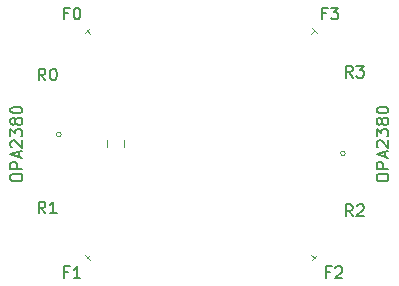
<source format=gbr>
%TF.GenerationSoftware,KiCad,Pcbnew,(7.0.0)*%
%TF.CreationDate,2024-02-03T20:32:24+01:00*%
%TF.ProjectId,Helios_rcv_01xx,48656c69-6f73-45f7-9263-765f30317878,rev?*%
%TF.SameCoordinates,PX9d5b340PY5f5e100*%
%TF.FileFunction,Legend,Top*%
%TF.FilePolarity,Positive*%
%FSLAX46Y46*%
G04 Gerber Fmt 4.6, Leading zero omitted, Abs format (unit mm)*
G04 Created by KiCad (PCBNEW (7.0.0)) date 2024-02-03 20:32:24*
%MOMM*%
%LPD*%
G01*
G04 APERTURE LIST*
%ADD10C,0.150000*%
%ADD11C,0.120000*%
G04 APERTURE END LIST*
D10*
%TO.C,U1*%
X14867380Y-2928571D02*
X14867380Y-2738095D01*
X14867380Y-2738095D02*
X14915000Y-2642857D01*
X14915000Y-2642857D02*
X15010238Y-2547619D01*
X15010238Y-2547619D02*
X15200714Y-2500000D01*
X15200714Y-2500000D02*
X15534047Y-2500000D01*
X15534047Y-2500000D02*
X15724523Y-2547619D01*
X15724523Y-2547619D02*
X15819761Y-2642857D01*
X15819761Y-2642857D02*
X15867380Y-2738095D01*
X15867380Y-2738095D02*
X15867380Y-2928571D01*
X15867380Y-2928571D02*
X15819761Y-3023809D01*
X15819761Y-3023809D02*
X15724523Y-3119047D01*
X15724523Y-3119047D02*
X15534047Y-3166666D01*
X15534047Y-3166666D02*
X15200714Y-3166666D01*
X15200714Y-3166666D02*
X15010238Y-3119047D01*
X15010238Y-3119047D02*
X14915000Y-3023809D01*
X14915000Y-3023809D02*
X14867380Y-2928571D01*
X15867380Y-2071428D02*
X14867380Y-2071428D01*
X14867380Y-2071428D02*
X14867380Y-1690476D01*
X14867380Y-1690476D02*
X14915000Y-1595238D01*
X14915000Y-1595238D02*
X14962619Y-1547619D01*
X14962619Y-1547619D02*
X15057857Y-1500000D01*
X15057857Y-1500000D02*
X15200714Y-1500000D01*
X15200714Y-1500000D02*
X15295952Y-1547619D01*
X15295952Y-1547619D02*
X15343571Y-1595238D01*
X15343571Y-1595238D02*
X15391190Y-1690476D01*
X15391190Y-1690476D02*
X15391190Y-2071428D01*
X15581666Y-1119047D02*
X15581666Y-642857D01*
X15867380Y-1214285D02*
X14867380Y-880952D01*
X14867380Y-880952D02*
X15867380Y-547619D01*
X14962619Y-261904D02*
X14915000Y-214285D01*
X14915000Y-214285D02*
X14867380Y-119047D01*
X14867380Y-119047D02*
X14867380Y119048D01*
X14867380Y119048D02*
X14915000Y214286D01*
X14915000Y214286D02*
X14962619Y261905D01*
X14962619Y261905D02*
X15057857Y309524D01*
X15057857Y309524D02*
X15153095Y309524D01*
X15153095Y309524D02*
X15295952Y261905D01*
X15295952Y261905D02*
X15867380Y-309523D01*
X15867380Y-309523D02*
X15867380Y309524D01*
X14867380Y642858D02*
X14867380Y1261905D01*
X14867380Y1261905D02*
X15248333Y928572D01*
X15248333Y928572D02*
X15248333Y1071429D01*
X15248333Y1071429D02*
X15295952Y1166667D01*
X15295952Y1166667D02*
X15343571Y1214286D01*
X15343571Y1214286D02*
X15438809Y1261905D01*
X15438809Y1261905D02*
X15676904Y1261905D01*
X15676904Y1261905D02*
X15772142Y1214286D01*
X15772142Y1214286D02*
X15819761Y1166667D01*
X15819761Y1166667D02*
X15867380Y1071429D01*
X15867380Y1071429D02*
X15867380Y785715D01*
X15867380Y785715D02*
X15819761Y690477D01*
X15819761Y690477D02*
X15772142Y642858D01*
X15295952Y1833334D02*
X15248333Y1738096D01*
X15248333Y1738096D02*
X15200714Y1690477D01*
X15200714Y1690477D02*
X15105476Y1642858D01*
X15105476Y1642858D02*
X15057857Y1642858D01*
X15057857Y1642858D02*
X14962619Y1690477D01*
X14962619Y1690477D02*
X14915000Y1738096D01*
X14915000Y1738096D02*
X14867380Y1833334D01*
X14867380Y1833334D02*
X14867380Y2023810D01*
X14867380Y2023810D02*
X14915000Y2119048D01*
X14915000Y2119048D02*
X14962619Y2166667D01*
X14962619Y2166667D02*
X15057857Y2214286D01*
X15057857Y2214286D02*
X15105476Y2214286D01*
X15105476Y2214286D02*
X15200714Y2166667D01*
X15200714Y2166667D02*
X15248333Y2119048D01*
X15248333Y2119048D02*
X15295952Y2023810D01*
X15295952Y2023810D02*
X15295952Y1833334D01*
X15295952Y1833334D02*
X15343571Y1738096D01*
X15343571Y1738096D02*
X15391190Y1690477D01*
X15391190Y1690477D02*
X15486428Y1642858D01*
X15486428Y1642858D02*
X15676904Y1642858D01*
X15676904Y1642858D02*
X15772142Y1690477D01*
X15772142Y1690477D02*
X15819761Y1738096D01*
X15819761Y1738096D02*
X15867380Y1833334D01*
X15867380Y1833334D02*
X15867380Y2023810D01*
X15867380Y2023810D02*
X15819761Y2119048D01*
X15819761Y2119048D02*
X15772142Y2166667D01*
X15772142Y2166667D02*
X15676904Y2214286D01*
X15676904Y2214286D02*
X15486428Y2214286D01*
X15486428Y2214286D02*
X15391190Y2166667D01*
X15391190Y2166667D02*
X15343571Y2119048D01*
X15343571Y2119048D02*
X15295952Y2023810D01*
X14867380Y2833334D02*
X14867380Y2928572D01*
X14867380Y2928572D02*
X14915000Y3023810D01*
X14915000Y3023810D02*
X14962619Y3071429D01*
X14962619Y3071429D02*
X15057857Y3119048D01*
X15057857Y3119048D02*
X15248333Y3166667D01*
X15248333Y3166667D02*
X15486428Y3166667D01*
X15486428Y3166667D02*
X15676904Y3119048D01*
X15676904Y3119048D02*
X15772142Y3071429D01*
X15772142Y3071429D02*
X15819761Y3023810D01*
X15819761Y3023810D02*
X15867380Y2928572D01*
X15867380Y2928572D02*
X15867380Y2833334D01*
X15867380Y2833334D02*
X15819761Y2738096D01*
X15819761Y2738096D02*
X15772142Y2690477D01*
X15772142Y2690477D02*
X15676904Y2642858D01*
X15676904Y2642858D02*
X15486428Y2595239D01*
X15486428Y2595239D02*
X15248333Y2595239D01*
X15248333Y2595239D02*
X15057857Y2642858D01*
X15057857Y2642858D02*
X14962619Y2690477D01*
X14962619Y2690477D02*
X14915000Y2738096D01*
X14915000Y2738096D02*
X14867380Y2833334D01*
%TO.C,R0*%
X-13166667Y5382620D02*
X-13500000Y5858810D01*
X-13738095Y5382620D02*
X-13738095Y6382620D01*
X-13738095Y6382620D02*
X-13357143Y6382620D01*
X-13357143Y6382620D02*
X-13261905Y6335000D01*
X-13261905Y6335000D02*
X-13214286Y6287381D01*
X-13214286Y6287381D02*
X-13166667Y6192143D01*
X-13166667Y6192143D02*
X-13166667Y6049286D01*
X-13166667Y6049286D02*
X-13214286Y5954048D01*
X-13214286Y5954048D02*
X-13261905Y5906429D01*
X-13261905Y5906429D02*
X-13357143Y5858810D01*
X-13357143Y5858810D02*
X-13738095Y5858810D01*
X-12547619Y6382620D02*
X-12452381Y6382620D01*
X-12452381Y6382620D02*
X-12357143Y6335000D01*
X-12357143Y6335000D02*
X-12309524Y6287381D01*
X-12309524Y6287381D02*
X-12261905Y6192143D01*
X-12261905Y6192143D02*
X-12214286Y6001667D01*
X-12214286Y6001667D02*
X-12214286Y5763572D01*
X-12214286Y5763572D02*
X-12261905Y5573096D01*
X-12261905Y5573096D02*
X-12309524Y5477858D01*
X-12309524Y5477858D02*
X-12357143Y5430239D01*
X-12357143Y5430239D02*
X-12452381Y5382620D01*
X-12452381Y5382620D02*
X-12547619Y5382620D01*
X-12547619Y5382620D02*
X-12642857Y5430239D01*
X-12642857Y5430239D02*
X-12690476Y5477858D01*
X-12690476Y5477858D02*
X-12738095Y5573096D01*
X-12738095Y5573096D02*
X-12785714Y5763572D01*
X-12785714Y5763572D02*
X-12785714Y6001667D01*
X-12785714Y6001667D02*
X-12738095Y6192143D01*
X-12738095Y6192143D02*
X-12690476Y6287381D01*
X-12690476Y6287381D02*
X-12642857Y6335000D01*
X-12642857Y6335000D02*
X-12547619Y6382620D01*
%TO.C,F2*%
X10916666Y-10843571D02*
X10583333Y-10843571D01*
X10583333Y-11367380D02*
X10583333Y-10367380D01*
X10583333Y-10367380D02*
X11059523Y-10367380D01*
X11392857Y-10462619D02*
X11440476Y-10415000D01*
X11440476Y-10415000D02*
X11535714Y-10367380D01*
X11535714Y-10367380D02*
X11773809Y-10367380D01*
X11773809Y-10367380D02*
X11869047Y-10415000D01*
X11869047Y-10415000D02*
X11916666Y-10462619D01*
X11916666Y-10462619D02*
X11964285Y-10557857D01*
X11964285Y-10557857D02*
X11964285Y-10653095D01*
X11964285Y-10653095D02*
X11916666Y-10795952D01*
X11916666Y-10795952D02*
X11345238Y-11367380D01*
X11345238Y-11367380D02*
X11964285Y-11367380D01*
%TO.C,F0*%
X-11247548Y11070643D02*
X-11580881Y11070643D01*
X-11580881Y10546834D02*
X-11580881Y11546834D01*
X-11580881Y11546834D02*
X-11104691Y11546834D01*
X-10533262Y11546834D02*
X-10438024Y11546834D01*
X-10438024Y11546834D02*
X-10342786Y11499214D01*
X-10342786Y11499214D02*
X-10295167Y11451595D01*
X-10295167Y11451595D02*
X-10247548Y11356357D01*
X-10247548Y11356357D02*
X-10199929Y11165881D01*
X-10199929Y11165881D02*
X-10199929Y10927786D01*
X-10199929Y10927786D02*
X-10247548Y10737310D01*
X-10247548Y10737310D02*
X-10295167Y10642072D01*
X-10295167Y10642072D02*
X-10342786Y10594453D01*
X-10342786Y10594453D02*
X-10438024Y10546834D01*
X-10438024Y10546834D02*
X-10533262Y10546834D01*
X-10533262Y10546834D02*
X-10628500Y10594453D01*
X-10628500Y10594453D02*
X-10676119Y10642072D01*
X-10676119Y10642072D02*
X-10723738Y10737310D01*
X-10723738Y10737310D02*
X-10771357Y10927786D01*
X-10771357Y10927786D02*
X-10771357Y11165881D01*
X-10771357Y11165881D02*
X-10723738Y11356357D01*
X-10723738Y11356357D02*
X-10676119Y11451595D01*
X-10676119Y11451595D02*
X-10628500Y11499214D01*
X-10628500Y11499214D02*
X-10533262Y11546834D01*
%TO.C,R3*%
X12833333Y5632620D02*
X12500000Y6108810D01*
X12261905Y5632620D02*
X12261905Y6632620D01*
X12261905Y6632620D02*
X12642857Y6632620D01*
X12642857Y6632620D02*
X12738095Y6585000D01*
X12738095Y6585000D02*
X12785714Y6537381D01*
X12785714Y6537381D02*
X12833333Y6442143D01*
X12833333Y6442143D02*
X12833333Y6299286D01*
X12833333Y6299286D02*
X12785714Y6204048D01*
X12785714Y6204048D02*
X12738095Y6156429D01*
X12738095Y6156429D02*
X12642857Y6108810D01*
X12642857Y6108810D02*
X12261905Y6108810D01*
X13166667Y6632620D02*
X13785714Y6632620D01*
X13785714Y6632620D02*
X13452381Y6251667D01*
X13452381Y6251667D02*
X13595238Y6251667D01*
X13595238Y6251667D02*
X13690476Y6204048D01*
X13690476Y6204048D02*
X13738095Y6156429D01*
X13738095Y6156429D02*
X13785714Y6061191D01*
X13785714Y6061191D02*
X13785714Y5823096D01*
X13785714Y5823096D02*
X13738095Y5727858D01*
X13738095Y5727858D02*
X13690476Y5680239D01*
X13690476Y5680239D02*
X13595238Y5632620D01*
X13595238Y5632620D02*
X13309524Y5632620D01*
X13309524Y5632620D02*
X13214286Y5680239D01*
X13214286Y5680239D02*
X13166667Y5727858D01*
%TO.C,U0*%
X-16132620Y-2928571D02*
X-16132620Y-2738095D01*
X-16132620Y-2738095D02*
X-16085000Y-2642857D01*
X-16085000Y-2642857D02*
X-15989762Y-2547619D01*
X-15989762Y-2547619D02*
X-15799286Y-2500000D01*
X-15799286Y-2500000D02*
X-15465953Y-2500000D01*
X-15465953Y-2500000D02*
X-15275477Y-2547619D01*
X-15275477Y-2547619D02*
X-15180239Y-2642857D01*
X-15180239Y-2642857D02*
X-15132620Y-2738095D01*
X-15132620Y-2738095D02*
X-15132620Y-2928571D01*
X-15132620Y-2928571D02*
X-15180239Y-3023809D01*
X-15180239Y-3023809D02*
X-15275477Y-3119047D01*
X-15275477Y-3119047D02*
X-15465953Y-3166666D01*
X-15465953Y-3166666D02*
X-15799286Y-3166666D01*
X-15799286Y-3166666D02*
X-15989762Y-3119047D01*
X-15989762Y-3119047D02*
X-16085000Y-3023809D01*
X-16085000Y-3023809D02*
X-16132620Y-2928571D01*
X-15132620Y-2071428D02*
X-16132620Y-2071428D01*
X-16132620Y-2071428D02*
X-16132620Y-1690476D01*
X-16132620Y-1690476D02*
X-16085000Y-1595238D01*
X-16085000Y-1595238D02*
X-16037381Y-1547619D01*
X-16037381Y-1547619D02*
X-15942143Y-1500000D01*
X-15942143Y-1500000D02*
X-15799286Y-1500000D01*
X-15799286Y-1500000D02*
X-15704048Y-1547619D01*
X-15704048Y-1547619D02*
X-15656429Y-1595238D01*
X-15656429Y-1595238D02*
X-15608810Y-1690476D01*
X-15608810Y-1690476D02*
X-15608810Y-2071428D01*
X-15418334Y-1119047D02*
X-15418334Y-642857D01*
X-15132620Y-1214285D02*
X-16132620Y-880952D01*
X-16132620Y-880952D02*
X-15132620Y-547619D01*
X-16037381Y-261904D02*
X-16085000Y-214285D01*
X-16085000Y-214285D02*
X-16132620Y-119047D01*
X-16132620Y-119047D02*
X-16132620Y119048D01*
X-16132620Y119048D02*
X-16085000Y214286D01*
X-16085000Y214286D02*
X-16037381Y261905D01*
X-16037381Y261905D02*
X-15942143Y309524D01*
X-15942143Y309524D02*
X-15846905Y309524D01*
X-15846905Y309524D02*
X-15704048Y261905D01*
X-15704048Y261905D02*
X-15132620Y-309523D01*
X-15132620Y-309523D02*
X-15132620Y309524D01*
X-16132620Y642858D02*
X-16132620Y1261905D01*
X-16132620Y1261905D02*
X-15751667Y928572D01*
X-15751667Y928572D02*
X-15751667Y1071429D01*
X-15751667Y1071429D02*
X-15704048Y1166667D01*
X-15704048Y1166667D02*
X-15656429Y1214286D01*
X-15656429Y1214286D02*
X-15561191Y1261905D01*
X-15561191Y1261905D02*
X-15323096Y1261905D01*
X-15323096Y1261905D02*
X-15227858Y1214286D01*
X-15227858Y1214286D02*
X-15180239Y1166667D01*
X-15180239Y1166667D02*
X-15132620Y1071429D01*
X-15132620Y1071429D02*
X-15132620Y785715D01*
X-15132620Y785715D02*
X-15180239Y690477D01*
X-15180239Y690477D02*
X-15227858Y642858D01*
X-15704048Y1833334D02*
X-15751667Y1738096D01*
X-15751667Y1738096D02*
X-15799286Y1690477D01*
X-15799286Y1690477D02*
X-15894524Y1642858D01*
X-15894524Y1642858D02*
X-15942143Y1642858D01*
X-15942143Y1642858D02*
X-16037381Y1690477D01*
X-16037381Y1690477D02*
X-16085000Y1738096D01*
X-16085000Y1738096D02*
X-16132620Y1833334D01*
X-16132620Y1833334D02*
X-16132620Y2023810D01*
X-16132620Y2023810D02*
X-16085000Y2119048D01*
X-16085000Y2119048D02*
X-16037381Y2166667D01*
X-16037381Y2166667D02*
X-15942143Y2214286D01*
X-15942143Y2214286D02*
X-15894524Y2214286D01*
X-15894524Y2214286D02*
X-15799286Y2166667D01*
X-15799286Y2166667D02*
X-15751667Y2119048D01*
X-15751667Y2119048D02*
X-15704048Y2023810D01*
X-15704048Y2023810D02*
X-15704048Y1833334D01*
X-15704048Y1833334D02*
X-15656429Y1738096D01*
X-15656429Y1738096D02*
X-15608810Y1690477D01*
X-15608810Y1690477D02*
X-15513572Y1642858D01*
X-15513572Y1642858D02*
X-15323096Y1642858D01*
X-15323096Y1642858D02*
X-15227858Y1690477D01*
X-15227858Y1690477D02*
X-15180239Y1738096D01*
X-15180239Y1738096D02*
X-15132620Y1833334D01*
X-15132620Y1833334D02*
X-15132620Y2023810D01*
X-15132620Y2023810D02*
X-15180239Y2119048D01*
X-15180239Y2119048D02*
X-15227858Y2166667D01*
X-15227858Y2166667D02*
X-15323096Y2214286D01*
X-15323096Y2214286D02*
X-15513572Y2214286D01*
X-15513572Y2214286D02*
X-15608810Y2166667D01*
X-15608810Y2166667D02*
X-15656429Y2119048D01*
X-15656429Y2119048D02*
X-15704048Y2023810D01*
X-16132620Y2833334D02*
X-16132620Y2928572D01*
X-16132620Y2928572D02*
X-16085000Y3023810D01*
X-16085000Y3023810D02*
X-16037381Y3071429D01*
X-16037381Y3071429D02*
X-15942143Y3119048D01*
X-15942143Y3119048D02*
X-15751667Y3166667D01*
X-15751667Y3166667D02*
X-15513572Y3166667D01*
X-15513572Y3166667D02*
X-15323096Y3119048D01*
X-15323096Y3119048D02*
X-15227858Y3071429D01*
X-15227858Y3071429D02*
X-15180239Y3023810D01*
X-15180239Y3023810D02*
X-15132620Y2928572D01*
X-15132620Y2928572D02*
X-15132620Y2833334D01*
X-15132620Y2833334D02*
X-15180239Y2738096D01*
X-15180239Y2738096D02*
X-15227858Y2690477D01*
X-15227858Y2690477D02*
X-15323096Y2642858D01*
X-15323096Y2642858D02*
X-15513572Y2595239D01*
X-15513572Y2595239D02*
X-15751667Y2595239D01*
X-15751667Y2595239D02*
X-15942143Y2642858D01*
X-15942143Y2642858D02*
X-16037381Y2690477D01*
X-16037381Y2690477D02*
X-16085000Y2738096D01*
X-16085000Y2738096D02*
X-16132620Y2833334D01*
%TO.C,F3*%
X10580880Y11070643D02*
X10247547Y11070643D01*
X10247547Y10546834D02*
X10247547Y11546834D01*
X10247547Y11546834D02*
X10723737Y11546834D01*
X11009452Y11546834D02*
X11628499Y11546834D01*
X11628499Y11546834D02*
X11295166Y11165881D01*
X11295166Y11165881D02*
X11438023Y11165881D01*
X11438023Y11165881D02*
X11533261Y11118262D01*
X11533261Y11118262D02*
X11580880Y11070643D01*
X11580880Y11070643D02*
X11628499Y10975405D01*
X11628499Y10975405D02*
X11628499Y10737310D01*
X11628499Y10737310D02*
X11580880Y10642072D01*
X11580880Y10642072D02*
X11533261Y10594453D01*
X11533261Y10594453D02*
X11438023Y10546834D01*
X11438023Y10546834D02*
X11152309Y10546834D01*
X11152309Y10546834D02*
X11057071Y10594453D01*
X11057071Y10594453D02*
X11009452Y10642072D01*
%TO.C,F1*%
X-11247548Y-10843571D02*
X-11580881Y-10843571D01*
X-11580881Y-11367380D02*
X-11580881Y-10367380D01*
X-11580881Y-10367380D02*
X-11104691Y-10367380D01*
X-10199929Y-11367380D02*
X-10771357Y-11367380D01*
X-10485643Y-11367380D02*
X-10485643Y-10367380D01*
X-10485643Y-10367380D02*
X-10580881Y-10510238D01*
X-10580881Y-10510238D02*
X-10676119Y-10605476D01*
X-10676119Y-10605476D02*
X-10771357Y-10653095D01*
%TO.C,R2*%
X12833333Y-6117380D02*
X12500000Y-5641190D01*
X12261905Y-6117380D02*
X12261905Y-5117380D01*
X12261905Y-5117380D02*
X12642857Y-5117380D01*
X12642857Y-5117380D02*
X12738095Y-5165000D01*
X12738095Y-5165000D02*
X12785714Y-5212619D01*
X12785714Y-5212619D02*
X12833333Y-5307857D01*
X12833333Y-5307857D02*
X12833333Y-5450714D01*
X12833333Y-5450714D02*
X12785714Y-5545952D01*
X12785714Y-5545952D02*
X12738095Y-5593571D01*
X12738095Y-5593571D02*
X12642857Y-5641190D01*
X12642857Y-5641190D02*
X12261905Y-5641190D01*
X13214286Y-5212619D02*
X13261905Y-5165000D01*
X13261905Y-5165000D02*
X13357143Y-5117380D01*
X13357143Y-5117380D02*
X13595238Y-5117380D01*
X13595238Y-5117380D02*
X13690476Y-5165000D01*
X13690476Y-5165000D02*
X13738095Y-5212619D01*
X13738095Y-5212619D02*
X13785714Y-5307857D01*
X13785714Y-5307857D02*
X13785714Y-5403095D01*
X13785714Y-5403095D02*
X13738095Y-5545952D01*
X13738095Y-5545952D02*
X13166667Y-6117380D01*
X13166667Y-6117380D02*
X13785714Y-6117380D01*
%TO.C,R1*%
X-13166667Y-5867380D02*
X-13500000Y-5391190D01*
X-13738095Y-5867380D02*
X-13738095Y-4867380D01*
X-13738095Y-4867380D02*
X-13357143Y-4867380D01*
X-13357143Y-4867380D02*
X-13261905Y-4915000D01*
X-13261905Y-4915000D02*
X-13214286Y-4962619D01*
X-13214286Y-4962619D02*
X-13166667Y-5057857D01*
X-13166667Y-5057857D02*
X-13166667Y-5200714D01*
X-13166667Y-5200714D02*
X-13214286Y-5295952D01*
X-13214286Y-5295952D02*
X-13261905Y-5343571D01*
X-13261905Y-5343571D02*
X-13357143Y-5391190D01*
X-13357143Y-5391190D02*
X-13738095Y-5391190D01*
X-12214286Y-5867380D02*
X-12785714Y-5867380D01*
X-12500000Y-5867380D02*
X-12500000Y-4867380D01*
X-12500000Y-4867380D02*
X-12595238Y-5010238D01*
X-12595238Y-5010238D02*
X-12690476Y-5105476D01*
X-12690476Y-5105476D02*
X-12785714Y-5153095D01*
D11*
%TO.C,U1*%
X12225000Y-800000D02*
G75*
G03*
X12225000Y-800000I-200000J0D01*
G01*
%TO.C,C1*%
X-6515000Y311252D02*
X-6515000Y-211252D01*
X-7985000Y311252D02*
X-7985000Y-211252D01*
%TO.C,F2*%
X9853553Y-9429289D02*
X9429289Y-9853553D01*
X9641421Y-9641421D02*
X9358579Y-9358579D01*
%TO.C,F0*%
X-9853553Y9429289D02*
X-9429289Y9853553D01*
X-9641421Y9641421D02*
X-9358579Y9358579D01*
%TO.C,U0*%
X-11825000Y800000D02*
G75*
G03*
X-11825000Y800000I-200000J0D01*
G01*
%TO.C,F3*%
X9429289Y9853553D02*
X9853553Y9429289D01*
X9641421Y9641421D02*
X9358579Y9358579D01*
%TO.C,F1*%
X-9429289Y-9853553D02*
X-9853553Y-9429289D01*
X-9641421Y-9641421D02*
X-9358579Y-9358579D01*
%TD*%
M02*

</source>
